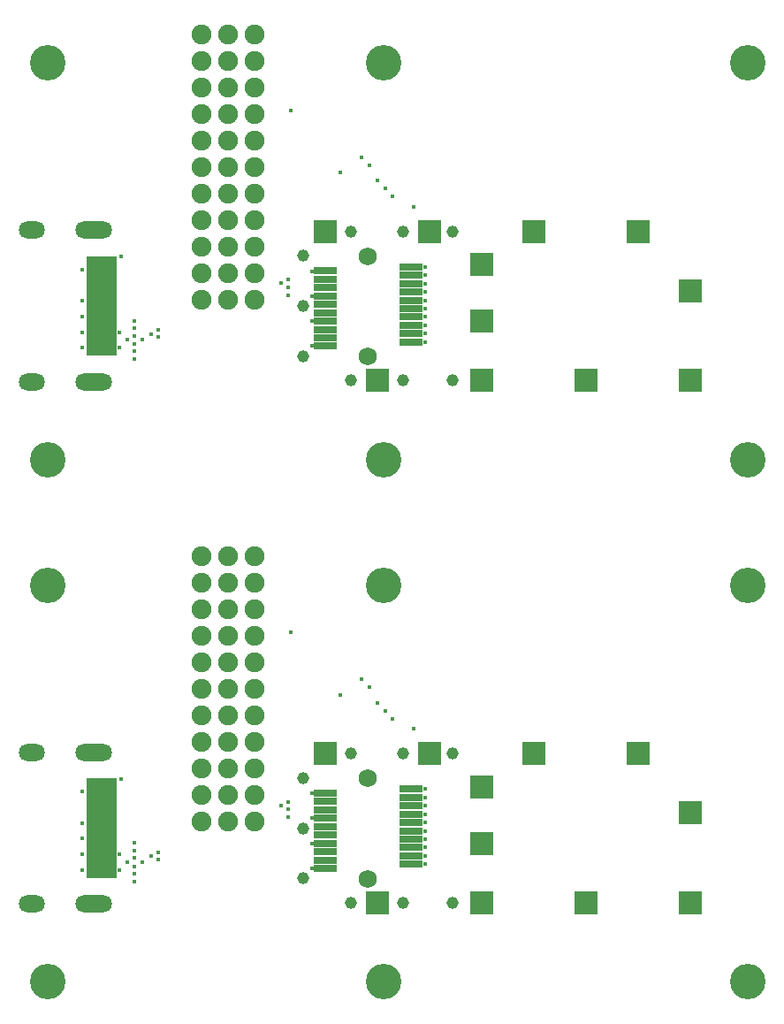
<source format=gts>
%FSLAX46Y46*%
%MOMM*%
%AMPS11*
1,1,1.900000,0.000000,0.000000*
%
%ADD11PS11*%
%AMPS12*
1,1,1.900000,0.000000,0.000000*
%
%ADD12PS12*%
%AMPS20*
1,1,1.900000,0.000000,0.000000*
%
%ADD20PS20*%
%AMPS13*
21,1,0.700000,2.200000,0.000000,0.000000,90.000000*
%
%ADD13PS13*%
%AMPS14*
21,1,0.700000,2.200000,0.000000,0.000000,270.000000*
%
%ADD14PS14*%
%AMPS17*
21,1,0.500000,2.800000,0.000000,0.000000,270.000000*
%
%ADD17PS17*%
%AMPS24*
1,1,0.450000,0.000000,0.000000*
%
%ADD24PS24*%
%AMPS18*
21,1,1.800000,1.700000,0.000000,0.000000,0.000000*
1,1,1.700000,0.900000,0.000000*
1,1,1.700000,-0.900000,0.000000*
%
%ADD18PS18*%
%AMPS19*
21,1,0.800000,1.700000,0.000000,0.000000,0.000000*
1,1,1.700000,0.400000,0.000000*
1,1,1.700000,-0.400000,0.000000*
%
%ADD19PS19*%
%AMPS22*
1,1,1.150000,0.000000,0.000000*
%
%ADD22PS22*%
%AMPS23*
1,1,1.150000,0.000000,0.000000*
%
%ADD23PS23*%
%AMPS16*
1,1,1.750000,0.000000,0.000000*
%
%ADD16PS16*%
%AMPS15*
1,1,1.750000,0.000000,0.000000*
%
%ADD15PS15*%
%AMPS10*
1,1,3.400000,0.000000,0.000000*
%
%ADD10PS10*%
%AMPS21*
21,1,2.200000,2.200000,0.000000,0.000000,180.000000*
%
%ADD21PS21*%
G01*
%LPD*%
G01*
%LPD*%
G75*
D10*
X38190001Y94000000D03*
D10*
X5999999Y94000000D03*
D10*
X73090000Y56000000D03*
D10*
X38190001Y56000000D03*
D10*
X5999999Y56000000D03*
D10*
X73090000Y94000000D03*
D11*
X25870000Y94202500D03*
D12*
X20790000Y73882500D03*
D12*
X23330000Y73882500D03*
D11*
X25870000Y84042500D03*
D13*
X40790000Y69662500D03*
D13*
X40790000Y68862500D03*
D14*
X32590000Y71662500D03*
D14*
X32590000Y68462500D03*
D14*
X32590000Y70062500D03*
D13*
X40790000Y72862500D03*
D15*
X36690000Y65862500D03*
D13*
X40790000Y73662500D03*
D13*
X40790000Y67262500D03*
D14*
X32590000Y73262500D03*
D13*
X40790000Y72062500D03*
D13*
X40790000Y70462500D03*
D14*
X32590000Y70862500D03*
D14*
X32590000Y69262500D03*
D14*
X32590000Y67662500D03*
D16*
X36690000Y75462500D03*
D14*
X32590000Y72462500D03*
D13*
X40790000Y74462500D03*
D13*
X40790000Y71262500D03*
D13*
X40790000Y68062500D03*
D14*
X32590000Y66862500D03*
D14*
X32590000Y74062500D03*
D11*
X25870000Y76422500D03*
D12*
X20790000Y81502500D03*
D12*
X23330000Y81502500D03*
D12*
X20790000Y84042500D03*
D12*
X23330000Y84042500D03*
D12*
X20790000Y71342500D03*
D12*
X23330000Y71342500D03*
D17*
X11220000Y69207500D03*
D17*
X11220000Y74707500D03*
D17*
X11220000Y66207500D03*
D17*
X11220000Y66707500D03*
D18*
X10460000Y63457500D03*
D17*
X11220000Y67207500D03*
D17*
X11220000Y72207500D03*
D17*
X11220000Y71707500D03*
D17*
X11220000Y73707500D03*
D18*
X10460000Y77957500D03*
D17*
X11220000Y70207500D03*
D17*
X11220000Y68707500D03*
D19*
X4500000Y77957500D03*
D17*
X11220000Y67707500D03*
D17*
X11220000Y71207500D03*
D17*
X11220000Y72707500D03*
D17*
X11220000Y75207500D03*
D17*
X11220000Y69707500D03*
D19*
X4500000Y63457500D03*
D17*
X11220000Y70707500D03*
D17*
X11220000Y68207500D03*
D17*
X11220000Y74207500D03*
D17*
X11220000Y73207500D03*
D12*
X20790000Y76422500D03*
D12*
X23330000Y76422500D03*
D11*
X25870000Y89122500D03*
D20*
X25870000Y96742500D03*
D20*
X23330000Y96742500D03*
D20*
X20790000Y96742500D03*
D11*
X25870000Y73882500D03*
D11*
X25870000Y78962500D03*
D11*
X25870000Y71342500D03*
D11*
X25870000Y81502500D03*
D12*
X20790000Y91662500D03*
D12*
X23330000Y91662500D03*
D12*
X20790000Y94202500D03*
D12*
X23330000Y94202500D03*
D12*
X20790000Y86582500D03*
D12*
X23330000Y86582500D03*
D12*
X20790000Y89122500D03*
D12*
X23330000Y89122500D03*
D11*
X25870000Y86582500D03*
D12*
X20790000Y78962500D03*
D12*
X23330000Y78962500D03*
D21*
X52590000Y77832500D03*
D22*
X30490000Y65912500D03*
D23*
X35090000Y77832500D03*
D21*
X62590000Y77832500D03*
D21*
X37590000Y63582500D03*
D21*
X47590000Y74662500D03*
D22*
X44790000Y77832500D03*
D21*
X42590000Y77832500D03*
D22*
X40090000Y77832500D03*
D23*
X30490000Y70712500D03*
D23*
X30490000Y75512500D03*
D21*
X47590000Y63582500D03*
D21*
X47590000Y69262500D03*
D21*
X67590000Y72162500D03*
D21*
X32590000Y77832500D03*
D22*
X44790000Y63582500D03*
D23*
X35090000Y63582500D03*
D21*
X57590000Y63582500D03*
D22*
X40090000Y63582500D03*
D21*
X67590000Y63582500D03*
D11*
X25870000Y91662500D03*
D24*
X42190000Y68062500D03*
D24*
X16600000Y67712500D03*
D24*
X42190000Y67262500D03*
D24*
X9350000Y71207500D03*
D24*
X42190000Y70462500D03*
D24*
X34090000Y83457500D03*
D24*
X14350000Y66357500D03*
D24*
X12850000Y66707500D03*
D24*
X14350000Y67057500D03*
D24*
X42190000Y69662500D03*
D24*
X12850000Y68207500D03*
D24*
X42190000Y74462500D03*
D24*
X31340000Y71682500D03*
D24*
X15950000Y68032500D03*
D24*
X29090000Y73212500D03*
D24*
X29090000Y72512500D03*
D24*
X42190000Y68862500D03*
D24*
X36840000Y84207500D03*
D24*
X14350000Y69307500D03*
D24*
X42190000Y71262500D03*
D24*
X41090000Y80207500D03*
D24*
X14350000Y65607500D03*
D24*
X36090000Y84957500D03*
D24*
X29340000Y89457500D03*
D24*
X42190000Y72862500D03*
D24*
X28415000Y72882500D03*
D24*
X31340000Y69257500D03*
D24*
X9350000Y68207500D03*
D24*
X15100000Y67457500D03*
D24*
X42190000Y72062500D03*
D24*
X42190000Y73662500D03*
D24*
X31340000Y66882500D03*
D24*
X9350000Y66707500D03*
D24*
X9350000Y69707500D03*
D24*
X9350000Y74207500D03*
D24*
X38340000Y81957500D03*
D24*
X39090000Y81207500D03*
D24*
X14350000Y68557500D03*
D24*
X37590000Y82707500D03*
D24*
X13625000Y67457500D03*
D24*
X29090000Y71757500D03*
D24*
X14350000Y67857500D03*
D24*
X16600000Y68412500D03*
D24*
X13100000Y75457500D03*
D24*
X31340000Y74057500D03*
D10*
X38190001Y44000000D03*
D10*
X5999999Y44000000D03*
D10*
X73090000Y6000000D03*
D10*
X38190001Y6000000D03*
D10*
X5999999Y6000000D03*
D10*
X73090000Y44000000D03*
D11*
X25870000Y44202500D03*
D12*
X20790000Y23882500D03*
D12*
X23330000Y23882500D03*
D11*
X25870000Y34042500D03*
D13*
X40790000Y19662500D03*
D13*
X40790000Y18862500D03*
D14*
X32590000Y21662500D03*
D14*
X32590000Y18462500D03*
D14*
X32590000Y20062500D03*
D13*
X40790000Y22862500D03*
D15*
X36690000Y15862500D03*
D13*
X40790000Y23662500D03*
D13*
X40790000Y17262500D03*
D14*
X32590000Y23262500D03*
D13*
X40790000Y22062500D03*
D13*
X40790000Y20462500D03*
D14*
X32590000Y20862500D03*
D14*
X32590000Y19262500D03*
D14*
X32590000Y17662500D03*
D16*
X36690000Y25462500D03*
D14*
X32590000Y22462500D03*
D13*
X40790000Y24462500D03*
D13*
X40790000Y21262500D03*
D13*
X40790000Y18062500D03*
D14*
X32590000Y16862500D03*
D14*
X32590000Y24062500D03*
D11*
X25870000Y26422500D03*
D12*
X20790000Y31502500D03*
D12*
X23330000Y31502500D03*
D12*
X20790000Y34042500D03*
D12*
X23330000Y34042500D03*
D12*
X20790000Y21342500D03*
D12*
X23330000Y21342500D03*
D17*
X11220000Y19207500D03*
D17*
X11220000Y24707500D03*
D17*
X11220000Y16207500D03*
D17*
X11220000Y16707500D03*
D18*
X10460000Y13457500D03*
D17*
X11220000Y17207500D03*
D17*
X11220000Y22207500D03*
D17*
X11220000Y21707500D03*
D17*
X11220000Y23707500D03*
D18*
X10460000Y27957500D03*
D17*
X11220000Y20207500D03*
D17*
X11220000Y18707500D03*
D19*
X4500000Y27957500D03*
D17*
X11220000Y17707500D03*
D17*
X11220000Y21207500D03*
D17*
X11220000Y22707500D03*
D17*
X11220000Y25207500D03*
D17*
X11220000Y19707500D03*
D19*
X4500000Y13457500D03*
D17*
X11220000Y20707500D03*
D17*
X11220000Y18207500D03*
D17*
X11220000Y24207500D03*
D17*
X11220000Y23207500D03*
D12*
X20790000Y26422500D03*
D12*
X23330000Y26422500D03*
D11*
X25870000Y39122500D03*
D20*
X25870000Y46742500D03*
D20*
X23330000Y46742500D03*
D20*
X20790000Y46742500D03*
D11*
X25870000Y23882500D03*
D11*
X25870000Y28962500D03*
D11*
X25870000Y21342500D03*
D11*
X25870000Y31502500D03*
D12*
X20790000Y41662500D03*
D12*
X23330000Y41662500D03*
D12*
X20790000Y44202500D03*
D12*
X23330000Y44202500D03*
D12*
X20790000Y36582500D03*
D12*
X23330000Y36582500D03*
D12*
X20790000Y39122500D03*
D12*
X23330000Y39122500D03*
D11*
X25870000Y36582500D03*
D12*
X20790000Y28962500D03*
D12*
X23330000Y28962500D03*
D21*
X52590000Y27832500D03*
D22*
X30490000Y15912500D03*
D23*
X35090000Y27832500D03*
D21*
X62590000Y27832500D03*
D21*
X37590000Y13582500D03*
D21*
X47590000Y24662500D03*
D22*
X44790000Y27832500D03*
D21*
X42590000Y27832500D03*
D22*
X40090000Y27832500D03*
D23*
X30490000Y20712500D03*
D23*
X30490000Y25512500D03*
D21*
X47590000Y13582500D03*
D21*
X47590000Y19262500D03*
D21*
X67590000Y22162500D03*
D21*
X32590000Y27832500D03*
D22*
X44790000Y13582500D03*
D23*
X35090000Y13582500D03*
D21*
X57590000Y13582500D03*
D22*
X40090000Y13582500D03*
D21*
X67590000Y13582500D03*
D11*
X25870000Y41662500D03*
D24*
X42190000Y18062500D03*
D24*
X16600000Y17712500D03*
D24*
X42190000Y17262500D03*
D24*
X9350000Y21207500D03*
D24*
X42190000Y20462500D03*
D24*
X34090000Y33457500D03*
D24*
X14350000Y16357500D03*
D24*
X12850000Y16707500D03*
D24*
X14350000Y17057500D03*
D24*
X42190000Y19662500D03*
D24*
X12850000Y18207500D03*
D24*
X42190000Y24462500D03*
D24*
X31340000Y21682500D03*
D24*
X15950000Y18032500D03*
D24*
X29090000Y23212500D03*
D24*
X29090000Y22512500D03*
D24*
X42190000Y18862500D03*
D24*
X36840000Y34207500D03*
D24*
X14350000Y19307500D03*
D24*
X42190000Y21262500D03*
D24*
X41090000Y30207500D03*
D24*
X14350000Y15607500D03*
D24*
X36090000Y34957500D03*
D24*
X29340000Y39457500D03*
D24*
X42190000Y22862500D03*
D24*
X28415000Y22882500D03*
D24*
X31340000Y19257500D03*
D24*
X9350000Y18207500D03*
D24*
X15100000Y17457500D03*
D24*
X42190000Y22062500D03*
D24*
X42190000Y23662500D03*
D24*
X31340000Y16882500D03*
D24*
X9350000Y16707500D03*
D24*
X9350000Y19707500D03*
D24*
X9350000Y24207500D03*
D24*
X38340000Y31957500D03*
D24*
X39090000Y31207500D03*
D24*
X14350000Y18557500D03*
D24*
X37590000Y32707500D03*
D24*
X13625000Y17457500D03*
D24*
X29090000Y21757500D03*
D24*
X14350000Y17857500D03*
D24*
X16600000Y18412500D03*
D24*
X13100000Y25457500D03*
D24*
X31340000Y24057500D03*
M02*

</source>
